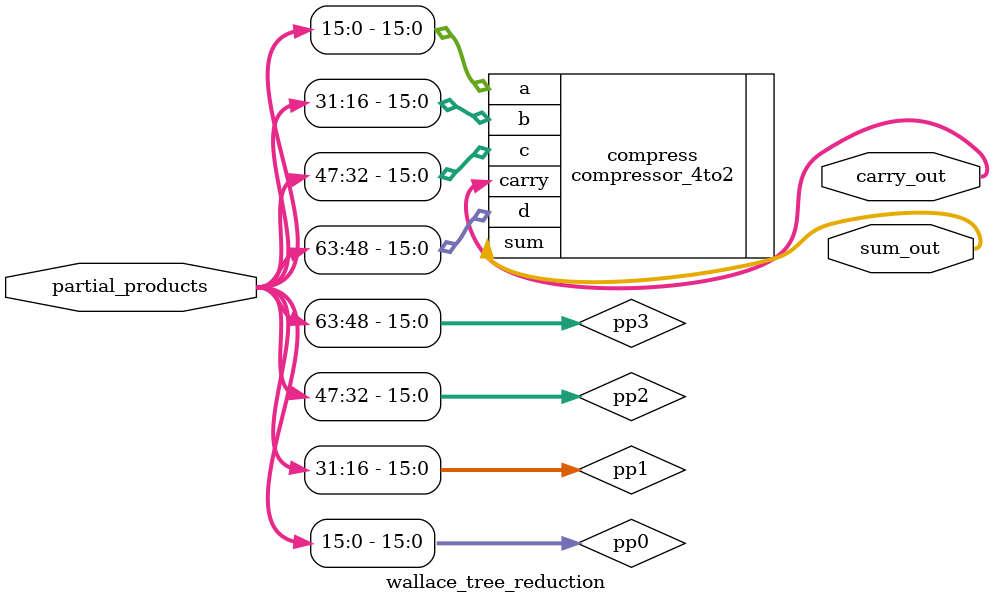
<source format=v>
`timescale 1ns / 1ps

module wallace_tree_reduction #(
    parameter PP_WIDTH = 16,
    parameter NUM_PP = 4
)(
    input  [NUM_PP*PP_WIDTH-1:0] partial_products,
    output [PP_WIDTH-1:0] sum_out,
    output [PP_WIDTH-1:0] carry_out
);
    wire [PP_WIDTH-1:0] pp0 = partial_products[0*PP_WIDTH +: PP_WIDTH];
    wire [PP_WIDTH-1:0] pp1 = partial_products[1*PP_WIDTH +: PP_WIDTH];
    wire [PP_WIDTH-1:0] pp2 = partial_products[2*PP_WIDTH +: PP_WIDTH];
    wire [PP_WIDTH-1:0] pp3 = partial_products[3*PP_WIDTH +: PP_WIDTH];

    compressor_4to2 compress(
        .a(pp0),
        .b(pp1),
        .c(pp2),
        .d(pp3),
        .sum(sum_out),
        .carry(carry_out)
    );
endmodule

</source>
